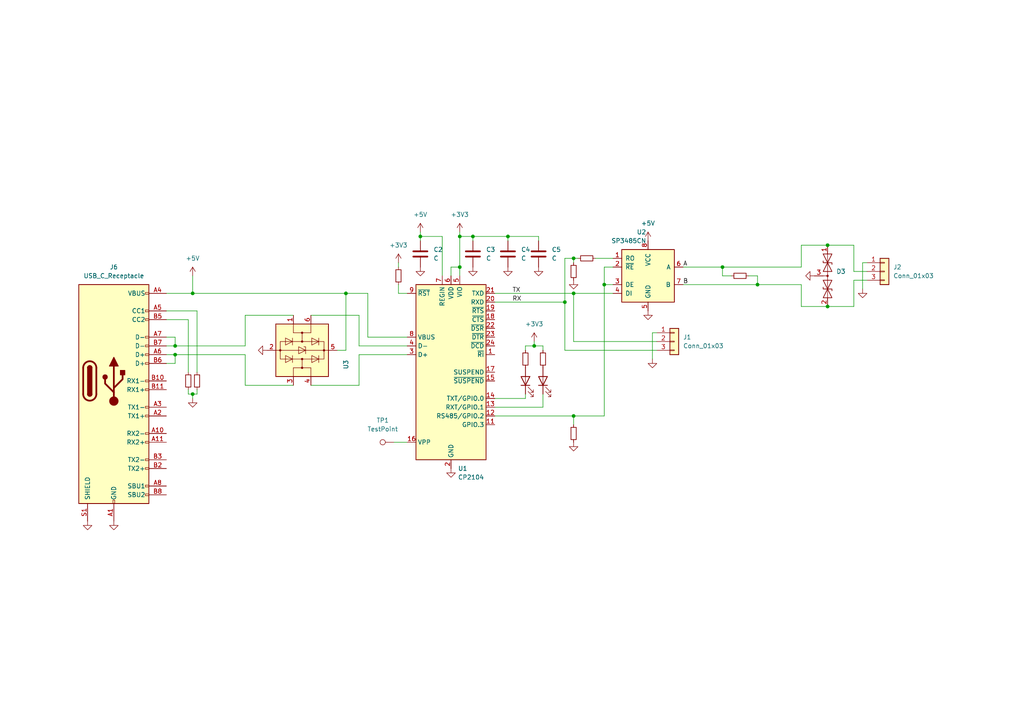
<source format=kicad_sch>
(kicad_sch (version 20211123) (generator eeschema)
  (paper "A4")
  (lib_symbols
    (symbol "Connector:TestPoint" (pin_numbers hide) (pin_names (offset 0.762) hide)
      (property "Reference" "TP" (at 0 6.858 0))
      (property "Value" "TestPoint" (at 0 5.08 0))
      (symbol "TestPoint_0_1"
        (circle (center 0 3.302) (radius 0.762))
      )
      (symbol "TestPoint_1_1"
        (pin passive line (at 0 0 90) (length 2.54) (name "1") (number "1"))
      )
    )
    (symbol "Connector:USB_C_Receptacle" (pin_names (offset 1.016))
      (property "Reference" "J" (at -10.16 29.21 0))
      (property "Value" "USB_C_Receptacle" (at 10.16 29.21 0))
      (symbol "USB_C_Receptacle_0_0"
        (rectangle (start -0.254 -35.56) (end 0.254 -34.544))
        (rectangle (start 10.16 -32.766) (end 9.144 -33.274))
        (rectangle (start 10.16 -30.226) (end 9.144 -30.734))
        (rectangle (start 10.16 -25.146) (end 9.144 -25.654))
        (rectangle (start 10.16 -22.606) (end 9.144 -23.114))
        (rectangle (start 10.16 -17.526) (end 9.144 -18.034))
        (rectangle (start 10.16 -14.986) (end 9.144 -15.494))
        (rectangle (start 10.16 -9.906) (end 9.144 -10.414))
        (rectangle (start 10.16 -7.366) (end 9.144 -7.874))
        (rectangle (start 10.16 -2.286) (end 9.144 -2.794))
        (rectangle (start 10.16 0.254) (end 9.144 -0.254))
        (rectangle (start 10.16 5.334) (end 9.144 4.826))
        (rectangle (start 10.16 7.874) (end 9.144 7.366))
        (rectangle (start 10.16 10.414) (end 9.144 9.906))
        (rectangle (start 10.16 12.954) (end 9.144 12.446))
        (rectangle (start 10.16 18.034) (end 9.144 17.526))
        (rectangle (start 10.16 20.574) (end 9.144 20.066))
        (rectangle (start 10.16 25.654) (end 9.144 25.146))
      )
      (symbol "USB_C_Receptacle_0_1"
        (rectangle (start -10.16 27.94) (end 10.16 -35.56) (stroke (width 0.254)) (fill (type background)))
        (arc (start -8.89 -3.81) (mid -6.985 -5.715) (end -5.08 -3.81) (stroke (width 0.508)))
        (arc (start -7.62 -3.81) (mid -6.985 -4.445) (end -6.35 -3.81) (stroke (width 0.254)))
        (arc (start -7.62 -3.81) (mid -6.985 -4.445) (end -6.35 -3.81) (stroke (width 0.254)) (fill (type outline)))
        (rectangle (start -7.62 -3.81) (end -6.35 3.81) (stroke (width 0.254)) (fill (type outline)))
        (arc (start -6.35 3.81) (mid -6.985 4.445) (end -7.62 3.81) (stroke (width 0.254)))
        (arc (start -6.35 3.81) (mid -6.985 4.445) (end -7.62 3.81) (stroke (width 0.254)) (fill (type outline)))
        (arc (start -5.08 3.81) (mid -6.985 5.715) (end -8.89 3.81) (stroke (width 0.508)))
        (polyline (pts (xy -8.89 -3.81) (xy -8.89 3.81)) (stroke (width 0.508)))
        (polyline (pts (xy -5.08 3.81) (xy -5.08 -3.81)) (stroke (width 0.508)))
      )
      (symbol "USB_C_Receptacle_1_1"
        (circle (center -2.54 1.143) (radius 0.635) (stroke (width 0.254)) (fill (type outline)))
        (circle (center 0 -5.842) (radius 1.27) (fill (type outline)))
        (polyline (pts (xy 0 -5.842) (xy 0 4.318)) (stroke (width 0.508)))
        (polyline (pts (xy 0 -3.302) (xy -2.54 -0.762) (xy -2.54 0.508)) (stroke (width 0.508)))
        (polyline (pts (xy 0 -2.032) (xy 2.54 0.508) (xy 2.54 1.778)) (stroke (width 0.508)))
        (polyline (pts (xy -1.27 4.318) (xy 0 6.858) (xy 1.27 4.318) (xy -1.27 4.318)) (stroke (width 0.254)) (fill (type outline)))
        (rectangle (start 1.905 1.778) (end 3.175 3.048) (stroke (width 0.254)) (fill (type outline)))
        (pin passive line (at 0 -40.64 90) (length 5.08) (name "GND") (number "A1"))
        (pin bidirectional line (at 15.24 -15.24 180) (length 5.08) (name "RX2-") (number "A10"))
        (pin bidirectional line (at 15.24 -17.78 180) (length 5.08) (name "RX2+") (number "A11"))
        (pin passive line (at 0 -40.64 90) (length 5.08) hide (name "GND") (number "A12"))
        (pin bidirectional line (at 15.24 -10.16 180) (length 5.08) (name "TX1+") (number "A2"))
        (pin bidirectional line (at 15.24 -7.62 180) (length 5.08) (name "TX1-") (number "A3"))
        (pin passive line (at 15.24 25.4 180) (length 5.08) (name "VBUS") (number "A4"))
        (pin bidirectional line (at 15.24 20.32 180) (length 5.08) (name "CC1") (number "A5"))
        (pin bidirectional line (at 15.24 7.62 180) (length 5.08) (name "D+") (number "A6"))
        (pin bidirectional line (at 15.24 12.7 180) (length 5.08) (name "D-") (number "A7"))
        (pin bidirectional line (at 15.24 -30.48 180) (length 5.08) (name "SBU1") (number "A8"))
        (pin passive line (at 15.24 25.4 180) (length 5.08) hide (name "VBUS") (number "A9"))
        (pin passive line (at 0 -40.64 90) (length 5.08) hide (name "GND") (number "B1"))
        (pin bidirectional line (at 15.24 0 180) (length 5.08) (name "RX1-") (number "B10"))
        (pin bidirectional line (at 15.24 -2.54 180) (length 5.08) (name "RX1+") (number "B11"))
        (pin passive line (at 0 -40.64 90) (length 5.08) hide (name "GND") (number "B12"))
        (pin bidirectional line (at 15.24 -25.4 180) (length 5.08) (name "TX2+") (number "B2"))
        (pin bidirectional line (at 15.24 -22.86 180) (length 5.08) (name "TX2-") (number "B3"))
        (pin passive line (at 15.24 25.4 180) (length 5.08) hide (name "VBUS") (number "B4"))
        (pin bidirectional line (at 15.24 17.78 180) (length 5.08) (name "CC2") (number "B5"))
        (pin bidirectional line (at 15.24 5.08 180) (length 5.08) (name "D+") (number "B6"))
        (pin bidirectional line (at 15.24 10.16 180) (length 5.08) (name "D-") (number "B7"))
        (pin bidirectional line (at 15.24 -33.02 180) (length 5.08) (name "SBU2") (number "B8"))
        (pin passive line (at 15.24 25.4 180) (length 5.08) hide (name "VBUS") (number "B9"))
        (pin passive line (at -7.62 -40.64 90) (length 5.08) (name "SHIELD") (number "S1"))
      )
    )
    (symbol "Connector_Generic:Conn_01x03" (pin_names (offset 1.016) hide)
      (property "Reference" "J" (at 0 5.08 0))
      (property "Value" "Conn_01x03" (at 0 -5.08 0))
      (symbol "Conn_01x03_1_1"
        (rectangle (start -1.27 -2.413) (end 0 -2.667) (stroke (width 0.1524)))
        (rectangle (start -1.27 0.127) (end 0 -0.127) (stroke (width 0.1524)))
        (rectangle (start -1.27 2.667) (end 0 2.413) (stroke (width 0.1524)))
        (rectangle (start -1.27 3.81) (end 1.27 -3.81) (stroke (width 0.254)) (fill (type background)))
        (pin passive line (at -5.08 2.54 0) (length 3.81) (name "Pin_1") (number "1"))
        (pin passive line (at -5.08 0 0) (length 3.81) (name "Pin_2") (number "2"))
        (pin passive line (at -5.08 -2.54 0) (length 3.81) (name "Pin_3") (number "3"))
      )
    )
    (symbol "Device:C" (pin_numbers hide) (pin_names (offset 0.254))
      (property "Reference" "C" (at 0.635 2.54 0))
      (property "Value" "C" (at 0.635 -2.54 0))
      (symbol "C_0_1"
        (polyline (pts (xy -2.032 -0.762) (xy 2.032 -0.762)) (stroke (width 0.508)))
        (polyline (pts (xy -2.032 0.762) (xy 2.032 0.762)) (stroke (width 0.508)))
      )
      (symbol "C_1_1"
        (pin passive line (at 0 3.81 270) (length 2.794) (name "~") (number "1"))
        (pin passive line (at 0 -3.81 90) (length 2.794) (name "~") (number "2"))
      )
    )
    (symbol "Device:LED" (pin_numbers hide) (pin_names (offset 1.016) hide)
      (property "Reference" "D" (at 0 2.54 0))
      (property "Value" "LED" (at 0 -2.54 0))
      (symbol "LED_0_1"
        (polyline (pts (xy -1.27 -1.27) (xy -1.27 1.27)) (stroke (width 0.254)))
        (polyline (pts (xy -1.27 0) (xy 1.27 0)))
        (polyline (pts (xy 1.27 -1.27) (xy 1.27 1.27) (xy -1.27 0) (xy 1.27 -1.27)) (stroke (width 0.254)))
        (polyline (pts (xy -3.048 -0.762) (xy -4.572 -2.286) (xy -3.81 -2.286) (xy -4.572 -2.286) (xy -4.572 -1.524)))
        (polyline (pts (xy -1.778 -0.762) (xy -3.302 -2.286) (xy -2.54 -2.286) (xy -3.302 -2.286) (xy -3.302 -1.524)))
      )
      (symbol "LED_1_1"
        (pin passive line (at -3.81 0 0) (length 2.54) (name "K") (number "1"))
        (pin passive line (at 3.81 0 180) (length 2.54) (name "A") (number "2"))
      )
    )
    (symbol "Device:R_Small" (pin_numbers hide) (pin_names (offset 0.254) hide)
      (property "Reference" "R" (at 0.762 0.508 0))
      (property "Value" "R_Small" (at 0.762 -1.016 0))
      (symbol "R_Small_0_1"
        (rectangle (start -0.762 1.778) (end 0.762 -1.778) (stroke (width 0.2032)))
      )
      (symbol "R_Small_1_1"
        (pin passive line (at 0 2.54 270) (length 0.762) (name "~") (number "1"))
        (pin passive line (at 0 -2.54 90) (length 0.762) (name "~") (number "2"))
      )
    )
    (symbol "Diode:SM712_SOT23" (pin_names (offset 1.016) hide)
      (property "Reference" "D" (at 0 4.445 0))
      (property "Value" "SM712_SOT23" (at 0 2.54 0))
      (symbol "SM712_SOT23_0_0"
        (polyline (pts (xy 0 -1.27) (xy 0 0)))
      )
      (symbol "SM712_SOT23_0_1"
        (polyline (pts (xy -6.35 0) (xy 6.35 0)))
        (polyline (pts (xy -3.302 1.27) (xy -3.81 1.27) (xy -3.81 -1.27) (xy -4.318 -1.27)) (stroke (width 0.2032)))
        (polyline (pts (xy 4.318 1.27) (xy 3.81 1.27) (xy 3.81 -1.27) (xy 3.302 -1.27)) (stroke (width 0.2032)))
        (polyline (pts (xy -6.35 -1.27) (xy -1.27 1.27) (xy -1.27 -1.27) (xy -6.35 1.27) (xy -6.35 -1.27)) (stroke (width 0.2032)))
        (polyline (pts (xy 1.27 -1.27) (xy 1.27 1.27) (xy 6.35 -1.27) (xy 6.35 1.27) (xy 1.27 -1.27)) (stroke (width 0.2032)))
        (circle (center 0 0) (radius 0.254) (fill (type outline)))
      )
      (symbol "SM712_SOT23_1_1"
        (pin passive line (at -8.89 0 0) (length 2.54) (name "A1") (number "1"))
        (pin passive line (at 8.89 0 180) (length 2.54) (name "A2") (number "2"))
        (pin input line (at 0 -3.81 90) (length 2.54) (name "common") (number "3"))
      )
    )
    (symbol "Interface_UART:SP3485CN" (pin_names (offset 1.016))
      (property "Reference" "U" (at -7.62 8.89 0))
      (property "Value" "SP3485CN" (at 2.54 8.89 0))
      (symbol "SP3485CN_0_1"
        (rectangle (start -7.62 7.62) (end 7.62 -7.62) (stroke (width 0.254)) (fill (type background)))
      )
      (symbol "SP3485CN_1_1"
        (pin output line (at -10.16 5.08 0) (length 2.54) (name "RO") (number "1"))
        (pin input line (at -10.16 2.54 0) (length 2.54) (name "~{RE}") (number "2"))
        (pin input line (at -10.16 -2.54 0) (length 2.54) (name "DE") (number "3"))
        (pin input line (at -10.16 -5.08 0) (length 2.54) (name "DI") (number "4"))
        (pin power_in line (at 0 -10.16 90) (length 2.54) (name "GND") (number "5"))
        (pin bidirectional line (at 10.16 2.54 180) (length 2.54) (name "A") (number "6"))
        (pin bidirectional line (at 10.16 -2.54 180) (length 2.54) (name "B") (number "7"))
        (pin power_in line (at 0 10.16 270) (length 2.54) (name "VCC") (number "8"))
      )
    )
    (symbol "Interface_USB:CP2104"
      (property "Reference" "U" (at -5.08 28.575 0))
      (property "Value" "CP2104" (at -5.08 26.67 0))
      (symbol "CP2104_1_1"
        (rectangle (start -10.16 25.4) (end 10.16 -25.4) (stroke (width 0.254)) (fill (type background)))
        (pin input line (at 12.7 5.08 180) (length 2.54) (name "~{RI}") (number "1"))
        (pin no_connect line (at 10.16 -20.32 180) (length 2.54) hide (name "NC") (number "10"))
        (pin bidirectional line (at 12.7 -15.24 180) (length 2.54) (name "GPIO.3") (number "11"))
        (pin bidirectional line (at 12.7 -12.7 180) (length 2.54) (name "RS485/GPIO.2") (number "12"))
        (pin bidirectional line (at 12.7 -10.16 180) (length 2.54) (name "RXT/GPIO.1") (number "13"))
        (pin bidirectional line (at 12.7 -7.62 180) (length 2.54) (name "TXT/GPIO.0") (number "14"))
        (pin output line (at 12.7 -2.54 180) (length 2.54) (name "~{SUSPEND}") (number "15"))
        (pin passive line (at -12.7 -20.32 0) (length 2.54) (name "VPP") (number "16"))
        (pin output line (at 12.7 0 180) (length 2.54) (name "SUSPEND") (number "17"))
        (pin input line (at 12.7 15.24 180) (length 2.54) (name "~{CTS}") (number "18"))
        (pin output line (at 12.7 17.78 180) (length 2.54) (name "~{RTS}") (number "19"))
        (pin power_in line (at 0 -27.94 90) (length 2.54) (name "GND") (number "2"))
        (pin input line (at 12.7 20.32 180) (length 2.54) (name "RXD") (number "20"))
        (pin output line (at 12.7 22.86 180) (length 2.54) (name "TXD") (number "21"))
        (pin input line (at 12.7 12.7 180) (length 2.54) (name "~{DSR}") (number "22"))
        (pin output line (at 12.7 10.16 180) (length 2.54) (name "~{DTR}") (number "23"))
        (pin input line (at 12.7 7.62 180) (length 2.54) (name "~{DCD}") (number "24"))
        (pin passive line (at 0 -27.94 90) (length 2.54) hide (name "GND") (number "25"))
        (pin bidirectional line (at -12.7 5.08 0) (length 2.54) (name "D+") (number "3"))
        (pin bidirectional line (at -12.7 7.62 0) (length 2.54) (name "D-") (number "4"))
        (pin power_in line (at 2.54 27.94 270) (length 2.54) (name "VIO") (number "5"))
        (pin power_in line (at 0 27.94 270) (length 2.54) (name "VDD") (number "6"))
        (pin power_in line (at -2.54 27.94 270) (length 2.54) (name "REGIN") (number "7"))
        (pin input line (at -12.7 10.16 0) (length 2.54) (name "VBUS") (number "8"))
        (pin bidirectional line (at -12.7 22.86 0) (length 2.54) (name "~{RST}") (number "9"))
      )
    )
    (symbol "Power_Protection:USBLC6-2SC6" (pin_names hide)
      (property "Reference" "U" (at 2.54 8.89 0))
      (property "Value" "USBLC6-2SC6" (at 2.54 -8.89 0))
      (symbol "USBLC6-2SC6_0_1"
        (rectangle (start -7.62 -7.62) (end 7.62 7.62) (stroke (width 0.254)) (fill (type background)))
        (circle (center -5.08 0) (radius 0.254) (fill (type outline)))
        (circle (center -2.54 0) (radius 0.254) (fill (type outline)))
        (rectangle (start -2.54 6.35) (end 2.54 -6.35))
        (circle (center 0 -6.35) (radius 0.254) (fill (type outline)))
        (polyline (pts (xy -5.08 -2.54) (xy -7.62 -2.54)))
        (polyline (pts (xy -5.08 0) (xy -5.08 -2.54)))
        (polyline (pts (xy -5.08 2.54) (xy -7.62 2.54)))
        (polyline (pts (xy -1.524 -2.794) (xy -3.556 -2.794)))
        (polyline (pts (xy -1.524 4.826) (xy -3.556 4.826)))
        (polyline (pts (xy 0 -7.62) (xy 0 -6.35)))
        (polyline (pts (xy 0 -6.35) (xy 0 1.27)))
        (polyline (pts (xy 0 1.27) (xy 0 6.35)))
        (polyline (pts (xy 0 6.35) (xy 0 7.62)))
        (polyline (pts (xy 1.524 -2.794) (xy 3.556 -2.794)))
        (polyline (pts (xy 1.524 4.826) (xy 3.556 4.826)))
        (polyline (pts (xy 5.08 -2.54) (xy 7.62 -2.54)))
        (polyline (pts (xy 5.08 0) (xy 5.08 -2.54)))
        (polyline (pts (xy 5.08 2.54) (xy 7.62 2.54)))
        (polyline (pts (xy -2.54 0) (xy -5.08 0) (xy -5.08 2.54)))
        (polyline (pts (xy 2.54 0) (xy 5.08 0) (xy 5.08 2.54)))
        (polyline (pts (xy -3.556 -4.826) (xy -1.524 -4.826) (xy -2.54 -2.794) (xy -3.556 -4.826)))
        (polyline (pts (xy -3.556 2.794) (xy -1.524 2.794) (xy -2.54 4.826) (xy -3.556 2.794)))
        (polyline (pts (xy -1.016 -1.016) (xy 1.016 -1.016) (xy 0 1.016) (xy -1.016 -1.016)))
        (polyline (pts (xy 1.016 1.016) (xy 0.762 1.016) (xy -1.016 1.016) (xy -1.016 0.508)))
        (polyline (pts (xy 3.556 -4.826) (xy 1.524 -4.826) (xy 2.54 -2.794) (xy 3.556 -4.826)))
        (polyline (pts (xy 3.556 2.794) (xy 1.524 2.794) (xy 2.54 4.826) (xy 3.556 2.794)))
        (circle (center 0 6.35) (radius 0.254) (fill (type outline)))
        (circle (center 2.54 0) (radius 0.254) (fill (type outline)))
        (circle (center 5.08 0) (radius 0.254) (fill (type outline)))
      )
      (symbol "USBLC6-2SC6_1_1"
        (pin passive line (at -10.16 -2.54 0) (length 2.54) (name "I/O1") (number "1"))
        (pin passive line (at 0 -10.16 90) (length 2.54) (name "GND") (number "2"))
        (pin passive line (at 10.16 -2.54 180) (length 2.54) (name "I/O2") (number "3"))
        (pin passive line (at 10.16 2.54 180) (length 2.54) (name "I/O2") (number "4"))
        (pin passive line (at 0 10.16 270) (length 2.54) (name "VBUS") (number "5"))
        (pin passive line (at -10.16 2.54 0) (length 2.54) (name "I/O1") (number "6"))
      )
    )
    (symbol "power:+3V3" (power) (pin_names (offset 0))
      (property "Value" "+3V3" (at 0 3.556 0))
      (symbol "+3V3_0_1"
        (polyline (pts (xy -0.762 1.27) (xy 0 2.54)))
        (polyline (pts (xy 0 0) (xy 0 2.54)))
        (polyline (pts (xy 0 2.54) (xy 0.762 1.27)))
      )
      (symbol "+3V3_1_1"
        (pin power_in line (at 0 0 90) (length 0) hide (name "+3V3") (number "1"))
      )
    )
    (symbol "power:+5V" (power) (pin_names (offset 0))
      (property "Value" "+5V" (at 0 3.556 0))
      (symbol "+5V_0_1"
        (polyline (pts (xy -0.762 1.27) (xy 0 2.54)))
        (polyline (pts (xy 0 0) (xy 0 2.54)))
        (polyline (pts (xy 0 2.54) (xy 0.762 1.27)))
      )
      (symbol "+5V_1_1"
        (pin power_in line (at 0 0 90) (length 0) hide (name "+5V") (number "1"))
      )
    )
    (symbol "power:GND" (power) (pin_names (offset 0))
      (property "Value" "GND" (at 0 -3.81 0))
      (symbol "GND_0_1"
        (polyline (pts (xy 0 0) (xy 0 -1.27) (xy 1.27 -1.27) (xy 0 -2.54) (xy -1.27 -1.27) (xy 0 -1.27)))
      )
      (symbol "GND_1_1"
        (pin power_in line (at 0 0 270) (length 0) hide (name "GND") (number "1"))
      )
    )
  )
  (junction (at 166.37 120.65))
  (junction (at 240.03 71.12))
  (junction (at 166.37 85.09))
  (junction (at 137.16 68.58))
  (junction (at 133.35 68.58))
  (junction (at 175.26 82.55))
  (junction (at 50.8 102.87))
  (junction (at 166.37 74.93))
  (junction (at 133.35 77.47))
  (junction (at 121.92 68.58))
  (junction (at 50.8 100.33))
  (junction (at 100.33 85.09))
  (junction (at 219.71 82.55))
  (junction (at 240.03 88.9))
  (junction (at 154.94 100.33))
  (junction (at 163.83 87.63))
  (junction (at 55.88 85.09))
  (junction (at 55.88 114.3))
  (junction (at 209.55 77.47))
  (junction (at 147.32 68.58))
  (wire (pts (xy 57.15 90.17) (xy 57.15 107.95)))
  (wire (pts (xy 232.41 82.55) (xy 232.41 88.9)))
  (wire (pts (xy 219.71 82.55) (xy 232.41 82.55)))
  (wire (pts (xy 50.8 102.87) (xy 71.12 102.87)))
  (wire (pts (xy 133.35 77.47) (xy 133.35 80.01)))
  (wire (pts (xy 198.12 77.47) (xy 209.55 77.47)))
  (wire (pts (xy 166.37 123.19) (xy 166.37 120.65)))
  (wire (pts (xy 121.92 69.85) (xy 121.92 68.58)))
  (wire (pts (xy 154.94 100.33) (xy 152.4 100.33)))
  (wire (pts (xy 137.16 68.58) (xy 137.16 69.85)))
  (wire (pts (xy 71.12 111.76) (xy 85.09 111.76)))
  (wire (pts (xy 50.8 100.33) (xy 71.12 100.33)))
  (wire (pts (xy 48.26 90.17) (xy 57.15 90.17)))
  (wire (pts (xy 209.55 77.47) (xy 209.55 80.01)))
  (wire (pts (xy 166.37 74.93) (xy 166.37 76.2)))
  (wire (pts (xy 106.68 85.09) (xy 106.68 97.79)))
  (wire (pts (xy 250.19 76.2) (xy 251.46 76.2)))
  (wire (pts (xy 54.61 92.71) (xy 54.61 107.95)))
  (wire (pts (xy 104.14 100.33) (xy 118.11 100.33)))
  (wire (pts (xy 54.61 114.3) (xy 55.88 114.3)))
  (wire (pts (xy 143.51 87.63) (xy 163.83 87.63)))
  (wire (pts (xy 71.12 100.33) (xy 71.12 91.44)))
  (wire (pts (xy 130.81 77.47) (xy 130.81 80.01)))
  (wire (pts (xy 157.48 118.11) (xy 143.51 118.11)))
  (wire (pts (xy 154.94 99.06) (xy 154.94 100.33)))
  (wire (pts (xy 100.33 101.6) (xy 100.33 85.09)))
  (wire (pts (xy 115.57 82.55) (xy 115.57 85.09)))
  (wire (pts (xy 104.14 111.76) (xy 104.14 102.87)))
  (wire (pts (xy 152.4 100.33) (xy 152.4 101.6)))
  (wire (pts (xy 251.46 78.74) (xy 247.65 78.74)))
  (wire (pts (xy 97.79 101.6) (xy 100.33 101.6)))
  (wire (pts (xy 55.88 85.09) (xy 100.33 85.09)))
  (wire (pts (xy 232.41 88.9) (xy 240.03 88.9)))
  (wire (pts (xy 190.5 101.6) (xy 163.83 101.6)))
  (wire (pts (xy 247.65 81.28) (xy 247.65 88.9)))
  (wire (pts (xy 48.26 100.33) (xy 50.8 100.33)))
  (wire (pts (xy 156.21 69.85) (xy 156.21 68.58)))
  (wire (pts (xy 90.17 111.76) (xy 104.14 111.76)))
  (wire (pts (xy 247.65 78.74) (xy 247.65 71.12)))
  (wire (pts (xy 50.8 97.79) (xy 48.26 97.79)))
  (wire (pts (xy 219.71 80.01) (xy 219.71 82.55)))
  (wire (pts (xy 54.61 113.03) (xy 54.61 114.3)))
  (wire (pts (xy 157.48 114.3) (xy 157.48 118.11)))
  (wire (pts (xy 147.32 68.58) (xy 137.16 68.58)))
  (wire (pts (xy 128.27 68.58) (xy 128.27 80.01)))
  (wire (pts (xy 118.11 128.27) (xy 114.3 128.27)))
  (wire (pts (xy 172.72 74.93) (xy 177.8 74.93)))
  (wire (pts (xy 147.32 68.58) (xy 156.21 68.58)))
  (wire (pts (xy 100.33 85.09) (xy 106.68 85.09)))
  (wire (pts (xy 133.35 67.31) (xy 133.35 68.58)))
  (wire (pts (xy 157.48 101.6) (xy 157.48 100.33)))
  (wire (pts (xy 104.14 91.44) (xy 104.14 100.33)))
  (wire (pts (xy 121.92 67.31) (xy 121.92 68.58)))
  (wire (pts (xy 232.41 71.12) (xy 240.03 71.12)))
  (wire (pts (xy 48.26 85.09) (xy 55.88 85.09)))
  (wire (pts (xy 247.65 88.9) (xy 240.03 88.9)))
  (wire (pts (xy 166.37 74.93) (xy 167.64 74.93)))
  (wire (pts (xy 166.37 85.09) (xy 177.8 85.09)))
  (wire (pts (xy 251.46 81.28) (xy 247.65 81.28)))
  (wire (pts (xy 189.23 104.14) (xy 189.23 96.52)))
  (wire (pts (xy 90.17 91.44) (xy 104.14 91.44)))
  (wire (pts (xy 50.8 105.41) (xy 48.26 105.41)))
  (wire (pts (xy 163.83 101.6) (xy 163.83 87.63)))
  (wire (pts (xy 143.51 85.09) (xy 166.37 85.09)))
  (wire (pts (xy 143.51 120.65) (xy 166.37 120.65)))
  (wire (pts (xy 152.4 115.57) (xy 143.51 115.57)))
  (wire (pts (xy 163.83 74.93) (xy 163.83 87.63)))
  (wire (pts (xy 133.35 68.58) (xy 137.16 68.58)))
  (wire (pts (xy 104.14 102.87) (xy 118.11 102.87)))
  (wire (pts (xy 57.15 114.3) (xy 57.15 113.03)))
  (wire (pts (xy 189.23 96.52) (xy 190.5 96.52)))
  (wire (pts (xy 121.92 68.58) (xy 128.27 68.58)))
  (wire (pts (xy 175.26 82.55) (xy 177.8 82.55)))
  (wire (pts (xy 232.41 77.47) (xy 232.41 71.12)))
  (wire (pts (xy 247.65 71.12) (xy 240.03 71.12)))
  (wire (pts (xy 219.71 80.01) (xy 217.17 80.01)))
  (wire (pts (xy 133.35 77.47) (xy 133.35 68.58)))
  (wire (pts (xy 71.12 91.44) (xy 85.09 91.44)))
  (wire (pts (xy 175.26 82.55) (xy 175.26 120.65)))
  (wire (pts (xy 48.26 102.87) (xy 50.8 102.87)))
  (wire (pts (xy 48.26 92.71) (xy 54.61 92.71)))
  (wire (pts (xy 209.55 80.01) (xy 212.09 80.01)))
  (wire (pts (xy 175.26 77.47) (xy 177.8 77.47)))
  (wire (pts (xy 175.26 120.65) (xy 166.37 120.65)))
  (wire (pts (xy 163.83 74.93) (xy 166.37 74.93)))
  (wire (pts (xy 130.81 77.47) (xy 133.35 77.47)))
  (wire (pts (xy 209.55 77.47) (xy 232.41 77.47)))
  (wire (pts (xy 115.57 76.2) (xy 115.57 77.47)))
  (wire (pts (xy 55.88 115.57) (xy 55.88 114.3)))
  (wire (pts (xy 250.19 83.82) (xy 250.19 76.2)))
  (wire (pts (xy 50.8 100.33) (xy 50.8 97.79)))
  (wire (pts (xy 147.32 68.58) (xy 147.32 69.85)))
  (wire (pts (xy 115.57 85.09) (xy 118.11 85.09)))
  (wire (pts (xy 166.37 85.09) (xy 166.37 99.06)))
  (wire (pts (xy 157.48 100.33) (xy 154.94 100.33)))
  (wire (pts (xy 190.5 99.06) (xy 166.37 99.06)))
  (wire (pts (xy 198.12 82.55) (xy 219.71 82.55)))
  (wire (pts (xy 106.68 97.79) (xy 118.11 97.79)))
  (wire (pts (xy 50.8 102.87) (xy 50.8 105.41)))
  (wire (pts (xy 71.12 102.87) (xy 71.12 111.76)))
  (wire (pts (xy 55.88 80.01) (xy 55.88 85.09)))
  (wire (pts (xy 55.88 114.3) (xy 57.15 114.3)))
  (wire (pts (xy 152.4 114.3) (xy 152.4 115.57)))
  (wire (pts (xy 175.26 82.55) (xy 175.26 77.47)))
  (label "TX" (at 148.59 85.09 0))
  (label "RX" (at 148.59 87.63 0))
  (label "A" (at 198.12 77.47 0))
  (label "B" (at 198.12 82.55 0))
  (symbol (lib_id "power:+5V") (at 187.96 69.85 0) (mirror y) (unit 1)
    (property "Reference" "#PWR0107" (effects hide))
    (property "Value" "+5V" (at 187.96 64.77 0))
  )
  (symbol (lib_id "power:GND") (at 189.23 104.14 0) (mirror y) (unit 1)
    (property "Reference" "#PWR0124" (effects hide))
    (property "Value" "GND" (effects hide))
  )
  (symbol (lib_id "Connector:TestPoint") (at 114.3 128.27 90) (unit 1)
    (property "Reference" "TP1" (at 110.998 121.92 90))
    (property "Value" "TestPoint" (at 110.998 124.46 90))
    (property "Footprint" "TestPoint:TestPoint_Pad_1.5x1.5mm" (effects hide))
  )
  (symbol (lib_id "Interface_UART:SP3485CN") (at 187.96 80.01 0) (unit 1)
    (property "Reference" "U2" (at 187.4394 67.31 0) (effects (justify right)))
    (property "Value" "SP3485CN" (at 187.4394 69.85 0) (effects (justify right)))
    (property "Footprint" "Package_SO:SOIC-8_3.9x4.9mm_P1.27mm" (effects hide))
    (property "Datasheet" "http://www.icbase.com/pdf/SPX/SPX00480106.pdf" (effects hide))
  )
  (symbol (lib_id "Device:R_Small") (at 170.18 74.93 90) (unit 1)
    (property "Reference" "R9" (effects hide))
    (property "Value" "R_Small" (effects hide))
    (property "Footprint" "Resistor_SMD:R_0603_1608Metric" (effects hide))
  )
  (symbol (lib_id "power:GND") (at 156.21 77.47 0) (unit 1)
    (property "Reference" "#PWR0112" (effects hide))
    (property "Value" "GND" (effects hide))
  )
  (symbol (lib_id "power:GND") (at 121.92 77.47 0) (unit 1)
    (property "Reference" "#PWR0119" (effects hide))
    (property "Value" "GND" (effects hide))
  )
  (symbol (lib_id "power:GND") (at 33.02 151.13 0) (unit 1)
    (property "Reference" "#PWR0102" (effects hide))
    (property "Value" "GND" (effects hide))
  )
  (symbol (lib_id "Device:C") (at 156.21 73.66 0) (unit 1)
    (property "Reference" "C5" (at 160.02 72.3899 0) (effects (justify left)))
    (property "Value" "C" (at 160.02 74.9299 0) (effects (justify left)))
    (property "Footprint" "Capacitor_SMD:C_0603_1608Metric" (effects hide))
  )
  (symbol (lib_id "Device:C") (at 137.16 73.66 0) (unit 1)
    (property "Reference" "C3" (at 140.97 72.3899 0) (effects (justify left)))
    (property "Value" "C" (at 140.97 74.9299 0) (effects (justify left)))
    (property "Footprint" "Capacitor_SMD:C_0603_1608Metric" (effects hide))
  )
  (symbol (lib_id "power:+5V") (at 121.92 67.31 0) (unit 1)
    (property "Reference" "#PWR0104" (effects hide))
    (property "Value" "+5V" (at 121.92 62.23 0))
  )
  (symbol (lib_id "Power_Protection:USBLC6-2SC6") (at 87.63 101.6 270) (unit 1)
    (property "Reference" "U3" (at 100.33 104.3687 0) (effects (justify left)))
    (property "Value" "USBLC6-2SC6" (effects hide))
    (property "Footprint" "Package_TO_SOT_SMD:SOT-23-6" (effects hide))
    (property "Datasheet" "https://www.st.com/resource/en/datasheet/usblc6-2.pdf" (effects hide))
  )
  (symbol (lib_id "Device:R_Small") (at 166.37 78.74 180) (unit 1)
    (property "Reference" "R8" (effects hide))
    (property "Value" "R_Small" (effects hide))
    (property "Footprint" "Resistor_SMD:R_0603_1608Metric" (effects hide))
  )
  (symbol (lib_id "Device:R_Small") (at 57.15 110.49 0) (unit 1)
    (property "Reference" "R6" (effects hide))
    (property "Value" "R_Small" (effects hide))
    (property "Footprint" "Resistor_SMD:R_0603_1608Metric" (effects hide))
  )
  (symbol (lib_id "power:GND") (at 25.4 151.13 0) (unit 1)
    (property "Reference" "#PWR0101" (effects hide))
    (property "Value" "GND" (effects hide))
  )
  (symbol (lib_id "Device:R_Small") (at 214.63 80.01 90) (unit 1)
    (property "Reference" "R4" (effects hide))
    (property "Value" "R_Small" (effects hide))
    (property "Footprint" "Resistor_SMD:R_0603_1608Metric" (effects hide))
  )
  (symbol (lib_id "power:+3V3") (at 133.35 67.31 0) (unit 1)
    (property "Reference" "#PWR0114" (effects hide))
    (property "Value" "+3V3" (at 133.35 62.23 0))
  )
  (symbol (lib_id "Device:R_Small") (at 157.48 104.14 0) (unit 1)
    (property "Reference" "R3" (effects hide))
    (property "Value" "R_Small" (effects hide))
    (property "Footprint" "Resistor_SMD:R_0603_1608Metric" (effects hide))
  )
  (symbol (lib_id "Connector_Generic:Conn_01x03") (at 256.54 78.74 0) (unit 1)
    (property "Reference" "J2" (at 259.08 77.4699 0) (effects (justify left)))
    (property "Value" "Conn_01x03" (at 259.08 80.0099 0) (effects (justify left)))
    (property "Footprint" "Connector_JST:JST_EH_B3B-EH-A_1x03_P2.50mm_Vertical" (effects hide))
  )
  (symbol (lib_id "Device:R_Small") (at 115.57 80.01 0) (unit 1)
    (property "Reference" "R1" (effects hide))
    (property "Value" "R_Small" (effects hide))
    (property "Footprint" "Resistor_SMD:R_0603_1608Metric" (effects hide))
  )
  (symbol (lib_id "power:+3V3") (at 154.94 99.06 0) (unit 1)
    (property "Reference" "#PWR0105" (effects hide))
    (property "Value" "+3V3" (at 154.94 93.98 0))
  )
  (symbol (lib_id "Device:C") (at 147.32 73.66 0) (unit 1)
    (property "Reference" "C4" (at 151.13 72.3899 0) (effects (justify left)))
    (property "Value" "C" (at 151.13 74.9299 0) (effects (justify left)))
    (property "Footprint" "Capacitor_SMD:C_0603_1608Metric" (effects hide))
  )
  (symbol (lib_id "power:GND") (at 77.47 101.6 270) (unit 1)
    (property "Reference" "#PWR0122" (effects hide))
    (property "Value" "GND" (effects hide))
  )
  (symbol (lib_id "power:GND") (at 130.81 135.89 0) (unit 1)
    (property "Reference" "#PWR0103" (effects hide))
    (property "Value" "GND" (effects hide))
  )
  (symbol (lib_id "power:GND") (at 236.22 80.01 270) (mirror x) (unit 1)
    (property "Reference" "#PWR0123" (effects hide))
    (property "Value" "GND" (effects hide))
  )
  (symbol (lib_id "Diode:SM712_SOT23") (at 240.03 80.01 270) (unit 1)
    (property "Reference" "D3" (at 242.57 78.7399 90) (effects (justify left)))
    (property "Value" "SM712_SOT23" (effects hide))
    (property "Footprint" "Package_TO_SOT_SMD:SOT-23" (effects hide))
    (property "Datasheet" "https://www.littelfuse.com/~/media/electronics/datasheets/tvs_diode_arrays/littelfuse_tvs_diode_array_sm712_datasheet.pdf.pdf" (effects hide))
  )
  (symbol (lib_id "Connector:USB_C_Receptacle") (at 33.02 110.49 0) (unit 1)
    (property "Reference" "J6" (at 33.02 77.47 0))
    (property "Value" "USB_C_Receptacle" (at 33.02 80.01 0))
    (property "Footprint" "Connector_USB:USB_C_Receptacle_HRO_TYPE-C-31-M-12" (effects hide))
    (property "Datasheet" "https://www.usb.org/sites/default/files/documents/usb_type-c.zip" (effects hide))
  )
  (symbol (lib_id "power:GND") (at 250.19 83.82 0) (mirror y) (unit 1)
    (property "Reference" "#PWR0125" (effects hide))
    (property "Value" "GND" (effects hide))
  )
  (symbol (lib_id "power:GND") (at 147.32 77.47 0) (unit 1)
    (property "Reference" "#PWR0110" (effects hide))
    (property "Value" "GND" (effects hide))
  )
  (symbol (lib_id "Interface_USB:CP2104") (at 130.81 107.95 0) (unit 1)
    (property "Reference" "U1" (at 132.8294 135.89 0) (effects (justify left)))
    (property "Value" "CP2104" (at 132.8294 138.43 0) (effects (justify left)))
    (property "Footprint" "Package_DFN_QFN:QFN-24-1EP_4x4mm_P0.5mm_EP2.6x2.6mm" (effects hide))
    (property "Datasheet" "https://www.silabs.com/documents/public/data-sheets/cp2104.pdf" (effects hide))
  )
  (symbol (lib_id "power:GND") (at 187.96 90.17 0) (mirror y) (unit 1)
    (property "Reference" "#PWR0108" (effects hide))
    (property "Value" "GND" (effects hide))
  )
  (symbol (lib_id "power:+3V3") (at 115.57 76.2 0) (unit 1)
    (property "Reference" "#PWR0118" (effects hide))
    (property "Value" "+3V3" (at 115.57 71.12 0))
  )
  (symbol (lib_id "Device:R_Small") (at 54.61 110.49 0) (unit 1)
    (property "Reference" "R5" (effects hide))
    (property "Value" "R_Small" (effects hide))
    (property "Footprint" "Resistor_SMD:R_0603_1608Metric" (effects hide))
  )
  (symbol (lib_id "Device:R_Small") (at 152.4 104.14 0) (unit 1)
    (property "Reference" "R2" (effects hide))
    (property "Value" "R_Small" (effects hide))
    (property "Footprint" "Resistor_SMD:R_0603_1608Metric" (effects hide))
  )
  (symbol (lib_id "power:GND") (at 166.37 128.27 0) (unit 1)
    (property "Reference" "#PWR0106" (effects hide))
    (property "Value" "GND" (effects hide))
  )
  (symbol (lib_id "power:GND") (at 55.88 115.57 0) (unit 1)
    (property "Reference" "#PWR0111" (effects hide))
    (property "Value" "GND" (effects hide))
  )
  (symbol (lib_id "Device:LED") (at 152.4 110.49 90) (unit 1)
    (property "Reference" "D1" (effects hide))
    (property "Value" "LED" (effects hide))
    (property "Footprint" "LED_SMD:LED_0805_2012Metric" (effects hide))
  )
  (symbol (lib_id "power:GND") (at 166.37 81.28 0) (mirror y) (unit 1)
    (property "Reference" "#PWR0113" (effects hide))
    (property "Value" "GND" (effects hide))
  )
  (symbol (lib_id "power:+5V") (at 55.88 80.01 0) (unit 1)
    (property "Reference" "#PWR0109" (effects hide))
    (property "Value" "+5V" (at 55.88 74.93 0))
  )
  (symbol (lib_id "power:GND") (at 137.16 77.47 0) (unit 1)
    (property "Reference" "#PWR0117" (effects hide))
    (property "Value" "GND" (effects hide))
  )
  (symbol (lib_id "Device:C") (at 121.92 73.66 0) (unit 1)
    (property "Reference" "C2" (at 125.73 72.3899 0) (effects (justify left)))
    (property "Value" "C" (at 125.73 74.9299 0) (effects (justify left)))
    (property "Footprint" "Capacitor_SMD:C_0603_1608Metric" (effects hide))
  )
  (symbol (lib_id "Device:R_Small") (at 166.37 125.73 0) (unit 1)
    (property "Reference" "R7" (effects hide))
    (property "Value" "R_Small" (effects hide))
    (property "Footprint" "Resistor_SMD:R_0603_1608Metric" (effects hide))
  )
  (symbol (lib_id "Connector_Generic:Conn_01x03") (at 195.58 99.06 0) (unit 1)
    (property "Reference" "J1" (at 198.12 97.7899 0) (effects (justify left)))
    (property "Value" "Conn_01x03" (at 198.12 100.3299 0) (effects (justify left)))
    (property "Footprint" "Connector_JST:JST_EH_B3B-EH-A_1x03_P2.50mm_Vertical" (effects hide))
  )
  (symbol (lib_id "Device:LED") (at 157.48 110.49 90) (unit 1)
    (property "Reference" "D2" (effects hide))
    (property "Value" "LED" (effects hide))
    (property "Footprint" "LED_SMD:LED_0805_2012Metric" (effects hide))
  )
)
</source>
